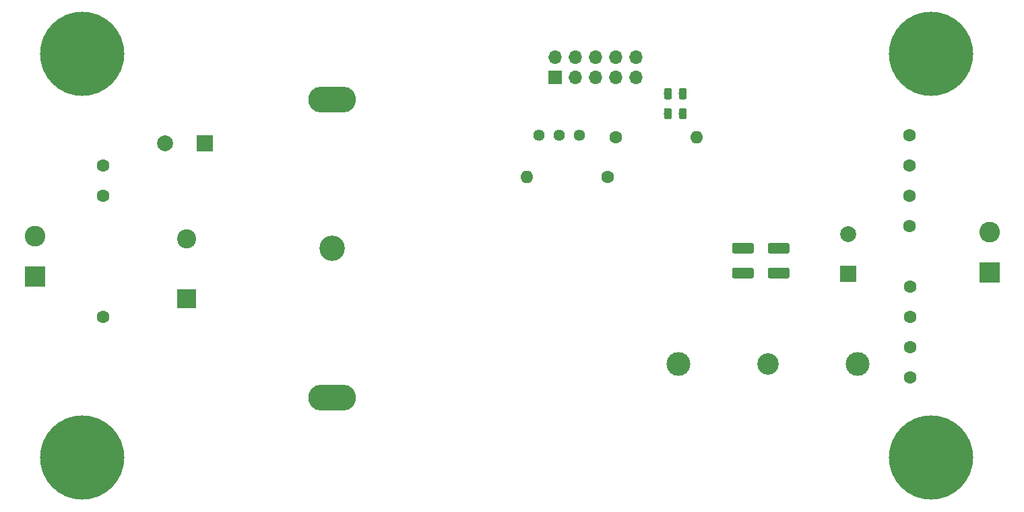
<source format=gbr>
%TF.GenerationSoftware,KiCad,Pcbnew,(5.1.4)-1*%
%TF.CreationDate,2021-09-18T23:44:11+01:00*%
%TF.ProjectId,DC_DC Converter circuit_2,44435f44-4320-4436-9f6e-766572746572,rev?*%
%TF.SameCoordinates,Original*%
%TF.FileFunction,Soldermask,Top*%
%TF.FilePolarity,Negative*%
%FSLAX46Y46*%
G04 Gerber Fmt 4.6, Leading zero omitted, Abs format (unit mm)*
G04 Created by KiCad (PCBNEW (5.1.4)-1) date 2021-09-18 23:44:11*
%MOMM*%
%LPD*%
G04 APERTURE LIST*
%ADD10O,1.600000X1.600000*%
%ADD11C,1.600000*%
%ADD12C,0.100000*%
%ADD13C,0.975000*%
%ADD14C,2.600000*%
%ADD15R,2.600000X2.600000*%
%ADD16C,2.000000*%
%ADD17R,2.000000X2.000000*%
%ADD18C,2.400000*%
%ADD19R,2.400000X2.400000*%
%ADD20C,0.900000*%
%ADD21C,10.600000*%
%ADD22O,1.700000X1.700000*%
%ADD23R,1.700000X1.700000*%
%ADD24C,2.700000*%
%ADD25C,3.000000*%
%ADD26C,1.440000*%
%ADD27O,6.000000X3.250000*%
%ADD28C,3.200000*%
%ADD29C,1.325000*%
G04 APERTURE END LIST*
D10*
%TO.C,R1*%
X145840000Y-112000000D03*
D11*
X156000000Y-112000000D03*
%TD*%
D10*
%TO.C,R2*%
X167160000Y-107000000D03*
D11*
X157000000Y-107000000D03*
%TD*%
D12*
%TO.C,R3*%
G36*
X165705142Y-103301174D02*
G01*
X165728803Y-103304684D01*
X165752007Y-103310496D01*
X165774529Y-103318554D01*
X165796153Y-103328782D01*
X165816670Y-103341079D01*
X165835883Y-103355329D01*
X165853607Y-103371393D01*
X165869671Y-103389117D01*
X165883921Y-103408330D01*
X165896218Y-103428847D01*
X165906446Y-103450471D01*
X165914504Y-103472993D01*
X165920316Y-103496197D01*
X165923826Y-103519858D01*
X165925000Y-103543750D01*
X165925000Y-104456250D01*
X165923826Y-104480142D01*
X165920316Y-104503803D01*
X165914504Y-104527007D01*
X165906446Y-104549529D01*
X165896218Y-104571153D01*
X165883921Y-104591670D01*
X165869671Y-104610883D01*
X165853607Y-104628607D01*
X165835883Y-104644671D01*
X165816670Y-104658921D01*
X165796153Y-104671218D01*
X165774529Y-104681446D01*
X165752007Y-104689504D01*
X165728803Y-104695316D01*
X165705142Y-104698826D01*
X165681250Y-104700000D01*
X165193750Y-104700000D01*
X165169858Y-104698826D01*
X165146197Y-104695316D01*
X165122993Y-104689504D01*
X165100471Y-104681446D01*
X165078847Y-104671218D01*
X165058330Y-104658921D01*
X165039117Y-104644671D01*
X165021393Y-104628607D01*
X165005329Y-104610883D01*
X164991079Y-104591670D01*
X164978782Y-104571153D01*
X164968554Y-104549529D01*
X164960496Y-104527007D01*
X164954684Y-104503803D01*
X164951174Y-104480142D01*
X164950000Y-104456250D01*
X164950000Y-103543750D01*
X164951174Y-103519858D01*
X164954684Y-103496197D01*
X164960496Y-103472993D01*
X164968554Y-103450471D01*
X164978782Y-103428847D01*
X164991079Y-103408330D01*
X165005329Y-103389117D01*
X165021393Y-103371393D01*
X165039117Y-103355329D01*
X165058330Y-103341079D01*
X165078847Y-103328782D01*
X165100471Y-103318554D01*
X165122993Y-103310496D01*
X165146197Y-103304684D01*
X165169858Y-103301174D01*
X165193750Y-103300000D01*
X165681250Y-103300000D01*
X165705142Y-103301174D01*
X165705142Y-103301174D01*
G37*
D13*
X165437500Y-104000000D03*
D12*
G36*
X163830142Y-103301174D02*
G01*
X163853803Y-103304684D01*
X163877007Y-103310496D01*
X163899529Y-103318554D01*
X163921153Y-103328782D01*
X163941670Y-103341079D01*
X163960883Y-103355329D01*
X163978607Y-103371393D01*
X163994671Y-103389117D01*
X164008921Y-103408330D01*
X164021218Y-103428847D01*
X164031446Y-103450471D01*
X164039504Y-103472993D01*
X164045316Y-103496197D01*
X164048826Y-103519858D01*
X164050000Y-103543750D01*
X164050000Y-104456250D01*
X164048826Y-104480142D01*
X164045316Y-104503803D01*
X164039504Y-104527007D01*
X164031446Y-104549529D01*
X164021218Y-104571153D01*
X164008921Y-104591670D01*
X163994671Y-104610883D01*
X163978607Y-104628607D01*
X163960883Y-104644671D01*
X163941670Y-104658921D01*
X163921153Y-104671218D01*
X163899529Y-104681446D01*
X163877007Y-104689504D01*
X163853803Y-104695316D01*
X163830142Y-104698826D01*
X163806250Y-104700000D01*
X163318750Y-104700000D01*
X163294858Y-104698826D01*
X163271197Y-104695316D01*
X163247993Y-104689504D01*
X163225471Y-104681446D01*
X163203847Y-104671218D01*
X163183330Y-104658921D01*
X163164117Y-104644671D01*
X163146393Y-104628607D01*
X163130329Y-104610883D01*
X163116079Y-104591670D01*
X163103782Y-104571153D01*
X163093554Y-104549529D01*
X163085496Y-104527007D01*
X163079684Y-104503803D01*
X163076174Y-104480142D01*
X163075000Y-104456250D01*
X163075000Y-103543750D01*
X163076174Y-103519858D01*
X163079684Y-103496197D01*
X163085496Y-103472993D01*
X163093554Y-103450471D01*
X163103782Y-103428847D01*
X163116079Y-103408330D01*
X163130329Y-103389117D01*
X163146393Y-103371393D01*
X163164117Y-103355329D01*
X163183330Y-103341079D01*
X163203847Y-103328782D01*
X163225471Y-103318554D01*
X163247993Y-103310496D01*
X163271197Y-103304684D01*
X163294858Y-103301174D01*
X163318750Y-103300000D01*
X163806250Y-103300000D01*
X163830142Y-103301174D01*
X163830142Y-103301174D01*
G37*
D13*
X163562500Y-104000000D03*
%TD*%
D12*
%TO.C,R4*%
G36*
X163830142Y-100801174D02*
G01*
X163853803Y-100804684D01*
X163877007Y-100810496D01*
X163899529Y-100818554D01*
X163921153Y-100828782D01*
X163941670Y-100841079D01*
X163960883Y-100855329D01*
X163978607Y-100871393D01*
X163994671Y-100889117D01*
X164008921Y-100908330D01*
X164021218Y-100928847D01*
X164031446Y-100950471D01*
X164039504Y-100972993D01*
X164045316Y-100996197D01*
X164048826Y-101019858D01*
X164050000Y-101043750D01*
X164050000Y-101956250D01*
X164048826Y-101980142D01*
X164045316Y-102003803D01*
X164039504Y-102027007D01*
X164031446Y-102049529D01*
X164021218Y-102071153D01*
X164008921Y-102091670D01*
X163994671Y-102110883D01*
X163978607Y-102128607D01*
X163960883Y-102144671D01*
X163941670Y-102158921D01*
X163921153Y-102171218D01*
X163899529Y-102181446D01*
X163877007Y-102189504D01*
X163853803Y-102195316D01*
X163830142Y-102198826D01*
X163806250Y-102200000D01*
X163318750Y-102200000D01*
X163294858Y-102198826D01*
X163271197Y-102195316D01*
X163247993Y-102189504D01*
X163225471Y-102181446D01*
X163203847Y-102171218D01*
X163183330Y-102158921D01*
X163164117Y-102144671D01*
X163146393Y-102128607D01*
X163130329Y-102110883D01*
X163116079Y-102091670D01*
X163103782Y-102071153D01*
X163093554Y-102049529D01*
X163085496Y-102027007D01*
X163079684Y-102003803D01*
X163076174Y-101980142D01*
X163075000Y-101956250D01*
X163075000Y-101043750D01*
X163076174Y-101019858D01*
X163079684Y-100996197D01*
X163085496Y-100972993D01*
X163093554Y-100950471D01*
X163103782Y-100928847D01*
X163116079Y-100908330D01*
X163130329Y-100889117D01*
X163146393Y-100871393D01*
X163164117Y-100855329D01*
X163183330Y-100841079D01*
X163203847Y-100828782D01*
X163225471Y-100818554D01*
X163247993Y-100810496D01*
X163271197Y-100804684D01*
X163294858Y-100801174D01*
X163318750Y-100800000D01*
X163806250Y-100800000D01*
X163830142Y-100801174D01*
X163830142Y-100801174D01*
G37*
D13*
X163562500Y-101500000D03*
D12*
G36*
X165705142Y-100801174D02*
G01*
X165728803Y-100804684D01*
X165752007Y-100810496D01*
X165774529Y-100818554D01*
X165796153Y-100828782D01*
X165816670Y-100841079D01*
X165835883Y-100855329D01*
X165853607Y-100871393D01*
X165869671Y-100889117D01*
X165883921Y-100908330D01*
X165896218Y-100928847D01*
X165906446Y-100950471D01*
X165914504Y-100972993D01*
X165920316Y-100996197D01*
X165923826Y-101019858D01*
X165925000Y-101043750D01*
X165925000Y-101956250D01*
X165923826Y-101980142D01*
X165920316Y-102003803D01*
X165914504Y-102027007D01*
X165906446Y-102049529D01*
X165896218Y-102071153D01*
X165883921Y-102091670D01*
X165869671Y-102110883D01*
X165853607Y-102128607D01*
X165835883Y-102144671D01*
X165816670Y-102158921D01*
X165796153Y-102171218D01*
X165774529Y-102181446D01*
X165752007Y-102189504D01*
X165728803Y-102195316D01*
X165705142Y-102198826D01*
X165681250Y-102200000D01*
X165193750Y-102200000D01*
X165169858Y-102198826D01*
X165146197Y-102195316D01*
X165122993Y-102189504D01*
X165100471Y-102181446D01*
X165078847Y-102171218D01*
X165058330Y-102158921D01*
X165039117Y-102144671D01*
X165021393Y-102128607D01*
X165005329Y-102110883D01*
X164991079Y-102091670D01*
X164978782Y-102071153D01*
X164968554Y-102049529D01*
X164960496Y-102027007D01*
X164954684Y-102003803D01*
X164951174Y-101980142D01*
X164950000Y-101956250D01*
X164950000Y-101043750D01*
X164951174Y-101019858D01*
X164954684Y-100996197D01*
X164960496Y-100972993D01*
X164968554Y-100950471D01*
X164978782Y-100928847D01*
X164991079Y-100908330D01*
X165005329Y-100889117D01*
X165021393Y-100871393D01*
X165039117Y-100855329D01*
X165058330Y-100841079D01*
X165078847Y-100828782D01*
X165100471Y-100818554D01*
X165122993Y-100810496D01*
X165146197Y-100804684D01*
X165169858Y-100801174D01*
X165193750Y-100800000D01*
X165681250Y-100800000D01*
X165705142Y-100801174D01*
X165705142Y-100801174D01*
G37*
D13*
X165437500Y-101500000D03*
%TD*%
D14*
%TO.C,J1*%
X204000000Y-118920000D03*
D15*
X204000000Y-124000000D03*
%TD*%
D16*
%TO.C,C4*%
X100410000Y-107696000D03*
D17*
X105410000Y-107696000D03*
%TD*%
D18*
%TO.C,C5*%
X103124000Y-119754000D03*
D19*
X103124000Y-127254000D03*
%TD*%
D14*
%TO.C,J3*%
X84000000Y-119420000D03*
D15*
X84000000Y-124500000D03*
%TD*%
D11*
%TO.C,J4*%
X193950000Y-118130000D03*
X193950000Y-114320000D03*
X193950000Y-110510000D03*
X193950000Y-106700000D03*
%TD*%
%TO.C,J6*%
X92550000Y-129600000D03*
%TD*%
%TO.C,J7*%
X92550000Y-114310000D03*
X92550000Y-110500000D03*
%TD*%
%TO.C,J5*%
X194000000Y-137200000D03*
X194000000Y-133390000D03*
X194000000Y-129580000D03*
X194000000Y-125770000D03*
%TD*%
D20*
%TO.C,H1*%
X199435749Y-93689251D03*
X196625000Y-92525000D03*
X193814251Y-93689251D03*
X192650000Y-96500000D03*
X193814251Y-99310749D03*
X196625000Y-100475000D03*
X199435749Y-99310749D03*
X200600000Y-96500000D03*
D21*
X196625000Y-96500000D03*
%TD*%
D20*
%TO.C,H3*%
X92810749Y-93689251D03*
X90000000Y-92525000D03*
X87189251Y-93689251D03*
X86025000Y-96500000D03*
X87189251Y-99310749D03*
X90000000Y-100475000D03*
X92810749Y-99310749D03*
X93975000Y-96500000D03*
D21*
X90000000Y-96500000D03*
%TD*%
D22*
%TO.C,J2*%
X159545000Y-96860000D03*
X159545000Y-99400000D03*
X157005000Y-96860000D03*
X157005000Y-99400000D03*
X154465000Y-96860000D03*
X154465000Y-99400000D03*
X151925000Y-96860000D03*
X151925000Y-99400000D03*
X149385000Y-96860000D03*
D23*
X149385000Y-99400000D03*
%TD*%
D20*
%TO.C,H4*%
X92810749Y-144489251D03*
X90000000Y-143325000D03*
X87189251Y-144489251D03*
X86025000Y-147300000D03*
X87189251Y-150110749D03*
X90000000Y-151275000D03*
X92810749Y-150110749D03*
X93975000Y-147300000D03*
D21*
X90000000Y-147300000D03*
%TD*%
D20*
%TO.C,H2*%
X199435749Y-144489251D03*
X196625000Y-143325000D03*
X193814251Y-144489251D03*
X192650000Y-147300000D03*
X193814251Y-150110749D03*
X196625000Y-151275000D03*
X199435749Y-150110749D03*
X200600000Y-147300000D03*
D21*
X196625000Y-147300000D03*
%TD*%
D24*
%TO.C,F2*%
X176175000Y-135475000D03*
D25*
X164925000Y-135475000D03*
X187425000Y-135475000D03*
%TD*%
D26*
%TO.C,RV1*%
X147370000Y-106750000D03*
X149910000Y-106750000D03*
X152450000Y-106750000D03*
%TD*%
D27*
%TO.C,F1*%
X121412000Y-139700000D03*
X121412000Y-102200000D03*
D28*
X121412000Y-120950000D03*
%TD*%
D12*
%TO.C,C1*%
G36*
X174124505Y-120276204D02*
G01*
X174148773Y-120279804D01*
X174172572Y-120285765D01*
X174195671Y-120294030D01*
X174217850Y-120304520D01*
X174238893Y-120317132D01*
X174258599Y-120331747D01*
X174276777Y-120348223D01*
X174293253Y-120366401D01*
X174307868Y-120386107D01*
X174320480Y-120407150D01*
X174330970Y-120429329D01*
X174339235Y-120452428D01*
X174345196Y-120476227D01*
X174348796Y-120500495D01*
X174350000Y-120524999D01*
X174350000Y-121350001D01*
X174348796Y-121374505D01*
X174345196Y-121398773D01*
X174339235Y-121422572D01*
X174330970Y-121445671D01*
X174320480Y-121467850D01*
X174307868Y-121488893D01*
X174293253Y-121508599D01*
X174276777Y-121526777D01*
X174258599Y-121543253D01*
X174238893Y-121557868D01*
X174217850Y-121570480D01*
X174195671Y-121580970D01*
X174172572Y-121589235D01*
X174148773Y-121595196D01*
X174124505Y-121598796D01*
X174100001Y-121600000D01*
X171899999Y-121600000D01*
X171875495Y-121598796D01*
X171851227Y-121595196D01*
X171827428Y-121589235D01*
X171804329Y-121580970D01*
X171782150Y-121570480D01*
X171761107Y-121557868D01*
X171741401Y-121543253D01*
X171723223Y-121526777D01*
X171706747Y-121508599D01*
X171692132Y-121488893D01*
X171679520Y-121467850D01*
X171669030Y-121445671D01*
X171660765Y-121422572D01*
X171654804Y-121398773D01*
X171651204Y-121374505D01*
X171650000Y-121350001D01*
X171650000Y-120524999D01*
X171651204Y-120500495D01*
X171654804Y-120476227D01*
X171660765Y-120452428D01*
X171669030Y-120429329D01*
X171679520Y-120407150D01*
X171692132Y-120386107D01*
X171706747Y-120366401D01*
X171723223Y-120348223D01*
X171741401Y-120331747D01*
X171761107Y-120317132D01*
X171782150Y-120304520D01*
X171804329Y-120294030D01*
X171827428Y-120285765D01*
X171851227Y-120279804D01*
X171875495Y-120276204D01*
X171899999Y-120275000D01*
X174100001Y-120275000D01*
X174124505Y-120276204D01*
X174124505Y-120276204D01*
G37*
D29*
X173000000Y-120937500D03*
D12*
G36*
X174124505Y-123401204D02*
G01*
X174148773Y-123404804D01*
X174172572Y-123410765D01*
X174195671Y-123419030D01*
X174217850Y-123429520D01*
X174238893Y-123442132D01*
X174258599Y-123456747D01*
X174276777Y-123473223D01*
X174293253Y-123491401D01*
X174307868Y-123511107D01*
X174320480Y-123532150D01*
X174330970Y-123554329D01*
X174339235Y-123577428D01*
X174345196Y-123601227D01*
X174348796Y-123625495D01*
X174350000Y-123649999D01*
X174350000Y-124475001D01*
X174348796Y-124499505D01*
X174345196Y-124523773D01*
X174339235Y-124547572D01*
X174330970Y-124570671D01*
X174320480Y-124592850D01*
X174307868Y-124613893D01*
X174293253Y-124633599D01*
X174276777Y-124651777D01*
X174258599Y-124668253D01*
X174238893Y-124682868D01*
X174217850Y-124695480D01*
X174195671Y-124705970D01*
X174172572Y-124714235D01*
X174148773Y-124720196D01*
X174124505Y-124723796D01*
X174100001Y-124725000D01*
X171899999Y-124725000D01*
X171875495Y-124723796D01*
X171851227Y-124720196D01*
X171827428Y-124714235D01*
X171804329Y-124705970D01*
X171782150Y-124695480D01*
X171761107Y-124682868D01*
X171741401Y-124668253D01*
X171723223Y-124651777D01*
X171706747Y-124633599D01*
X171692132Y-124613893D01*
X171679520Y-124592850D01*
X171669030Y-124570671D01*
X171660765Y-124547572D01*
X171654804Y-124523773D01*
X171651204Y-124499505D01*
X171650000Y-124475001D01*
X171650000Y-123649999D01*
X171651204Y-123625495D01*
X171654804Y-123601227D01*
X171660765Y-123577428D01*
X171669030Y-123554329D01*
X171679520Y-123532150D01*
X171692132Y-123511107D01*
X171706747Y-123491401D01*
X171723223Y-123473223D01*
X171741401Y-123456747D01*
X171761107Y-123442132D01*
X171782150Y-123429520D01*
X171804329Y-123419030D01*
X171827428Y-123410765D01*
X171851227Y-123404804D01*
X171875495Y-123401204D01*
X171899999Y-123400000D01*
X174100001Y-123400000D01*
X174124505Y-123401204D01*
X174124505Y-123401204D01*
G37*
D29*
X173000000Y-124062500D03*
%TD*%
D12*
%TO.C,C2*%
G36*
X178624505Y-120276204D02*
G01*
X178648773Y-120279804D01*
X178672572Y-120285765D01*
X178695671Y-120294030D01*
X178717850Y-120304520D01*
X178738893Y-120317132D01*
X178758599Y-120331747D01*
X178776777Y-120348223D01*
X178793253Y-120366401D01*
X178807868Y-120386107D01*
X178820480Y-120407150D01*
X178830970Y-120429329D01*
X178839235Y-120452428D01*
X178845196Y-120476227D01*
X178848796Y-120500495D01*
X178850000Y-120524999D01*
X178850000Y-121350001D01*
X178848796Y-121374505D01*
X178845196Y-121398773D01*
X178839235Y-121422572D01*
X178830970Y-121445671D01*
X178820480Y-121467850D01*
X178807868Y-121488893D01*
X178793253Y-121508599D01*
X178776777Y-121526777D01*
X178758599Y-121543253D01*
X178738893Y-121557868D01*
X178717850Y-121570480D01*
X178695671Y-121580970D01*
X178672572Y-121589235D01*
X178648773Y-121595196D01*
X178624505Y-121598796D01*
X178600001Y-121600000D01*
X176399999Y-121600000D01*
X176375495Y-121598796D01*
X176351227Y-121595196D01*
X176327428Y-121589235D01*
X176304329Y-121580970D01*
X176282150Y-121570480D01*
X176261107Y-121557868D01*
X176241401Y-121543253D01*
X176223223Y-121526777D01*
X176206747Y-121508599D01*
X176192132Y-121488893D01*
X176179520Y-121467850D01*
X176169030Y-121445671D01*
X176160765Y-121422572D01*
X176154804Y-121398773D01*
X176151204Y-121374505D01*
X176150000Y-121350001D01*
X176150000Y-120524999D01*
X176151204Y-120500495D01*
X176154804Y-120476227D01*
X176160765Y-120452428D01*
X176169030Y-120429329D01*
X176179520Y-120407150D01*
X176192132Y-120386107D01*
X176206747Y-120366401D01*
X176223223Y-120348223D01*
X176241401Y-120331747D01*
X176261107Y-120317132D01*
X176282150Y-120304520D01*
X176304329Y-120294030D01*
X176327428Y-120285765D01*
X176351227Y-120279804D01*
X176375495Y-120276204D01*
X176399999Y-120275000D01*
X178600001Y-120275000D01*
X178624505Y-120276204D01*
X178624505Y-120276204D01*
G37*
D29*
X177500000Y-120937500D03*
D12*
G36*
X178624505Y-123401204D02*
G01*
X178648773Y-123404804D01*
X178672572Y-123410765D01*
X178695671Y-123419030D01*
X178717850Y-123429520D01*
X178738893Y-123442132D01*
X178758599Y-123456747D01*
X178776777Y-123473223D01*
X178793253Y-123491401D01*
X178807868Y-123511107D01*
X178820480Y-123532150D01*
X178830970Y-123554329D01*
X178839235Y-123577428D01*
X178845196Y-123601227D01*
X178848796Y-123625495D01*
X178850000Y-123649999D01*
X178850000Y-124475001D01*
X178848796Y-124499505D01*
X178845196Y-124523773D01*
X178839235Y-124547572D01*
X178830970Y-124570671D01*
X178820480Y-124592850D01*
X178807868Y-124613893D01*
X178793253Y-124633599D01*
X178776777Y-124651777D01*
X178758599Y-124668253D01*
X178738893Y-124682868D01*
X178717850Y-124695480D01*
X178695671Y-124705970D01*
X178672572Y-124714235D01*
X178648773Y-124720196D01*
X178624505Y-124723796D01*
X178600001Y-124725000D01*
X176399999Y-124725000D01*
X176375495Y-124723796D01*
X176351227Y-124720196D01*
X176327428Y-124714235D01*
X176304329Y-124705970D01*
X176282150Y-124695480D01*
X176261107Y-124682868D01*
X176241401Y-124668253D01*
X176223223Y-124651777D01*
X176206747Y-124633599D01*
X176192132Y-124613893D01*
X176179520Y-124592850D01*
X176169030Y-124570671D01*
X176160765Y-124547572D01*
X176154804Y-124523773D01*
X176151204Y-124499505D01*
X176150000Y-124475001D01*
X176150000Y-123649999D01*
X176151204Y-123625495D01*
X176154804Y-123601227D01*
X176160765Y-123577428D01*
X176169030Y-123554329D01*
X176179520Y-123532150D01*
X176192132Y-123511107D01*
X176206747Y-123491401D01*
X176223223Y-123473223D01*
X176241401Y-123456747D01*
X176261107Y-123442132D01*
X176282150Y-123429520D01*
X176304329Y-123419030D01*
X176327428Y-123410765D01*
X176351227Y-123404804D01*
X176375495Y-123401204D01*
X176399999Y-123400000D01*
X178600001Y-123400000D01*
X178624505Y-123401204D01*
X178624505Y-123401204D01*
G37*
D29*
X177500000Y-124062500D03*
%TD*%
D17*
%TO.C,C3*%
X186200000Y-124200000D03*
D16*
X186200000Y-119200000D03*
%TD*%
M02*

</source>
